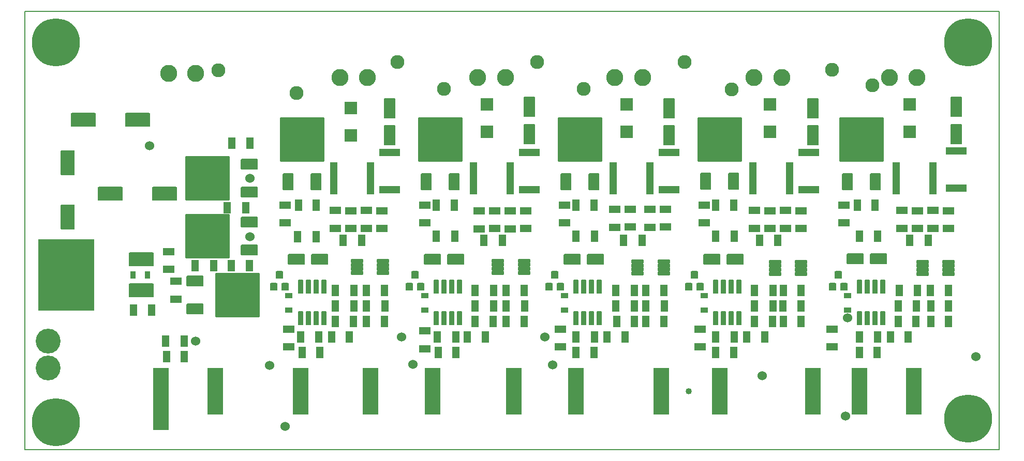
<source format=gbr>
G04 PROTEUS RS274X GERBER FILE*
%FSLAX45Y45*%
%MOMM*%
G01*
%ADD45C,1.524000*%
%ADD46C,1.016000*%
%ADD47C,2.286000*%
%AMPPAD042*
4,1,4,
0.596900,-2.654300,
-0.596900,-2.654300,
-0.596900,2.654300,
0.596900,2.654300,
0.596900,-2.654300,
0*%
%ADD48PPAD042*%
%ADD49C,4.064000*%
%ADD50C,2.794000*%
%AMPPAD045*
4,1,36,
-1.143000,1.270000,
1.143000,1.270000,
1.168970,1.267470,
1.192980,1.260200,
1.214580,1.248650,
1.233290,1.233290,
1.248650,1.214570,
1.260200,1.192980,
1.267470,1.168970,
1.270000,1.143000,
1.270000,-1.143000,
1.267470,-1.168970,
1.260200,-1.192980,
1.248650,-1.214570,
1.233290,-1.233290,
1.214580,-1.248650,
1.192980,-1.260200,
1.168970,-1.267470,
1.143000,-1.270000,
-1.143000,-1.270000,
-1.168970,-1.267470,
-1.192980,-1.260200,
-1.214580,-1.248650,
-1.233290,-1.233290,
-1.248650,-1.214570,
-1.260200,-1.192980,
-1.267470,-1.168970,
-1.270000,-1.143000,
-1.270000,1.143000,
-1.267470,1.168970,
-1.260200,1.192980,
-1.248650,1.214570,
-1.233290,1.233290,
-1.214580,1.248650,
-1.192980,1.260200,
-1.168970,1.267470,
-1.143000,1.270000,
0*%
%ADD51PPAD045*%
%AMPPAD046*
4,1,4,
-0.571500,0.901700,
0.571500,0.901700,
0.571500,-0.901700,
-0.571500,-0.901700,
-0.571500,0.901700,
0*%
%ADD52PPAD046*%
%AMPPAD047*
4,1,4,
0.901700,0.571500,
0.901700,-0.571500,
-0.901700,-0.571500,
-0.901700,0.571500,
0.901700,0.571500,
0*%
%ADD53PPAD047*%
%AMPPAD048*
4,1,4,
1.054100,-1.054100,
-1.054100,-1.054100,
-1.054100,1.054100,
1.054100,1.054100,
1.054100,-1.054100,
0*%
%ADD54PPAD048*%
%AMPPAD049*
4,1,36,
0.825500,-1.651000,
-0.825500,-1.651000,
-0.851470,-1.648470,
-0.875480,-1.641200,
-0.897080,-1.629650,
-0.915790,-1.614290,
-0.931150,-1.595570,
-0.942700,-1.573980,
-0.949970,-1.549970,
-0.952500,-1.524000,
-0.952500,1.524000,
-0.949970,1.549970,
-0.942700,1.573980,
-0.931150,1.595570,
-0.915790,1.614290,
-0.897080,1.629650,
-0.875480,1.641200,
-0.851470,1.648470,
-0.825500,1.651000,
0.825500,1.651000,
0.851470,1.648470,
0.875480,1.641200,
0.897080,1.629650,
0.915790,1.614290,
0.931150,1.595570,
0.942700,1.573980,
0.949970,1.549970,
0.952500,1.524000,
0.952500,-1.524000,
0.949970,-1.549970,
0.942700,-1.573980,
0.931150,-1.595570,
0.915790,-1.614290,
0.897080,-1.629650,
0.875480,-1.641200,
0.851470,-1.648470,
0.825500,-1.651000,
0*%
%ADD55PPAD049*%
%AMPPAD050*
4,1,4,
1.701800,0.622300,
1.701800,-0.622300,
-1.701800,-0.622300,
-1.701800,0.622300,
1.701800,0.622300,
0*%
%ADD56PPAD050*%
%AMPPAD051*
4,1,36,
-3.492500,3.619500,
3.492500,3.619500,
3.518470,3.616970,
3.542480,3.609700,
3.564080,3.598150,
3.582790,3.582790,
3.598150,3.564070,
3.609700,3.542480,
3.616970,3.518470,
3.619500,3.492500,
3.619500,-3.492500,
3.616970,-3.518470,
3.609700,-3.542480,
3.598150,-3.564070,
3.582790,-3.582790,
3.564080,-3.598150,
3.542480,-3.609700,
3.518470,-3.616970,
3.492500,-3.619500,
-3.492500,-3.619500,
-3.518470,-3.616970,
-3.542480,-3.609700,
-3.564080,-3.598150,
-3.582790,-3.582790,
-3.598150,-3.564070,
-3.609700,-3.542480,
-3.616970,-3.518470,
-3.619500,-3.492500,
-3.619500,3.492500,
-3.616970,3.518470,
-3.609700,3.542480,
-3.598150,3.564070,
-3.582790,3.582790,
-3.564080,3.598150,
-3.542480,3.609700,
-3.518470,3.616970,
-3.492500,3.619500,
0*%
%ADD57PPAD051*%
%AMPPAD052*
4,1,36,
-0.762000,1.397000,
0.762000,1.397000,
0.787970,1.394470,
0.811980,1.387200,
0.833580,1.375650,
0.852290,1.360290,
0.867650,1.341570,
0.879200,1.319980,
0.886470,1.295970,
0.889000,1.270000,
0.889000,-1.270000,
0.886470,-1.295970,
0.879200,-1.319980,
0.867650,-1.341570,
0.852290,-1.360290,
0.833580,-1.375650,
0.811980,-1.387200,
0.787970,-1.394470,
0.762000,-1.397000,
-0.762000,-1.397000,
-0.787970,-1.394470,
-0.811980,-1.387200,
-0.833580,-1.375650,
-0.852290,-1.360290,
-0.867650,-1.341570,
-0.879200,-1.319980,
-0.886470,-1.295970,
-0.889000,-1.270000,
-0.889000,1.270000,
-0.886470,1.295970,
-0.879200,1.319980,
-0.867650,1.341570,
-0.852290,1.360290,
-0.833580,1.375650,
-0.811980,1.387200,
-0.787970,1.394470,
-0.762000,1.397000,
0*%
%ADD58PPAD052*%
%AMPPAD053*
4,1,36,
0.317500,-1.143000,
-0.317500,-1.143000,
-0.343470,-1.140470,
-0.367480,-1.133200,
-0.389080,-1.121650,
-0.407790,-1.106290,
-0.423150,-1.087570,
-0.434700,-1.065980,
-0.441970,-1.041970,
-0.444500,-1.016000,
-0.444500,1.016000,
-0.441970,1.041970,
-0.434700,1.065980,
-0.423150,1.087570,
-0.407790,1.106290,
-0.389080,1.121650,
-0.367480,1.133200,
-0.343470,1.140470,
-0.317500,1.143000,
0.317500,1.143000,
0.343470,1.140470,
0.367480,1.133200,
0.389080,1.121650,
0.407790,1.106290,
0.423150,1.087570,
0.434700,1.065980,
0.441970,1.041970,
0.444500,1.016000,
0.444500,-1.016000,
0.441970,-1.041970,
0.434700,-1.065980,
0.423150,-1.087570,
0.407790,-1.106290,
0.389080,-1.121650,
0.367480,-1.133200,
0.343470,-1.140470,
0.317500,-1.143000,
0*%
%ADD59PPAD053*%
%AMPPAD054*
4,1,36,
-1.397000,-0.762000,
-1.397000,0.762000,
-1.394470,0.787970,
-1.387200,0.811980,
-1.375650,0.833580,
-1.360290,0.852290,
-1.341570,0.867650,
-1.319980,0.879200,
-1.295970,0.886470,
-1.270000,0.889000,
1.270000,0.889000,
1.295970,0.886470,
1.319980,0.879200,
1.341570,0.867650,
1.360290,0.852290,
1.375650,0.833580,
1.387200,0.811980,
1.394470,0.787970,
1.397000,0.762000,
1.397000,-0.762000,
1.394470,-0.787970,
1.387200,-0.811980,
1.375650,-0.833580,
1.360290,-0.852290,
1.341570,-0.867650,
1.319980,-0.879200,
1.295970,-0.886470,
1.270000,-0.889000,
-1.270000,-0.889000,
-1.295970,-0.886470,
-1.319980,-0.879200,
-1.341570,-0.867650,
-1.360290,-0.852290,
-1.375650,-0.833580,
-1.387200,-0.811980,
-1.394470,-0.787970,
-1.397000,-0.762000,
0*%
%ADD60PPAD054*%
%AMPPAD055*
4,1,36,
0.571500,0.317500,
0.571500,-0.317500,
0.568970,-0.343470,
0.561700,-0.367480,
0.550150,-0.389080,
0.534790,-0.407790,
0.516070,-0.423150,
0.494480,-0.434700,
0.470470,-0.441970,
0.444500,-0.444500,
-0.444500,-0.444500,
-0.470470,-0.441970,
-0.494480,-0.434700,
-0.516070,-0.423150,
-0.534790,-0.407790,
-0.550150,-0.389080,
-0.561700,-0.367480,
-0.568970,-0.343470,
-0.571500,-0.317500,
-0.571500,0.317500,
-0.568970,0.343470,
-0.561700,0.367480,
-0.550150,0.389080,
-0.534790,0.407790,
-0.516070,0.423150,
-0.494480,0.434700,
-0.470470,0.441970,
-0.444500,0.444500,
0.444500,0.444500,
0.470470,0.441970,
0.494480,0.434700,
0.516070,0.423150,
0.534790,0.407790,
0.550150,0.389080,
0.561700,0.367480,
0.568970,0.343470,
0.571500,0.317500,
0*%
%ADD61PPAD055*%
%AMPPAD056*
4,1,36,
0.444500,-0.635000,
-0.444500,-0.635000,
-0.470470,-0.632470,
-0.494480,-0.625200,
-0.516080,-0.613650,
-0.534790,-0.598290,
-0.550150,-0.579570,
-0.561700,-0.557980,
-0.568970,-0.533970,
-0.571500,-0.508000,
-0.571500,0.508000,
-0.568970,0.533970,
-0.561700,0.557980,
-0.550150,0.579570,
-0.534790,0.598290,
-0.516080,0.613650,
-0.494480,0.625200,
-0.470470,0.632470,
-0.444500,0.635000,
0.444500,0.635000,
0.470470,0.632470,
0.494480,0.625200,
0.516080,0.613650,
0.534790,0.598290,
0.550150,0.579570,
0.561700,0.557980,
0.568970,0.533970,
0.571500,0.508000,
0.571500,-0.508000,
0.568970,-0.533970,
0.561700,-0.557980,
0.550150,-0.579570,
0.534790,-0.598290,
0.516080,-0.613650,
0.494480,-0.625200,
0.470470,-0.632470,
0.444500,-0.635000,
0*%
%ADD62PPAD056*%
%AMPPAD057*
4,1,36,
-1.016000,-0.190500,
-1.016000,0.190500,
-1.013470,0.216470,
-1.006200,0.240480,
-0.994650,0.262080,
-0.979290,0.280790,
-0.960570,0.296150,
-0.938980,0.307700,
-0.914970,0.314970,
-0.889000,0.317500,
0.889000,0.317500,
0.914970,0.314970,
0.938980,0.307700,
0.960570,0.296150,
0.979290,0.280790,
0.994650,0.262080,
1.006200,0.240480,
1.013470,0.216470,
1.016000,0.190500,
1.016000,-0.190500,
1.013470,-0.216470,
1.006200,-0.240480,
0.994650,-0.262080,
0.979290,-0.280790,
0.960570,-0.296150,
0.938980,-0.307700,
0.914970,-0.314970,
0.889000,-0.317500,
-0.889000,-0.317500,
-0.914970,-0.314970,
-0.938980,-0.307700,
-0.960570,-0.296150,
-0.979290,-0.280790,
-0.994650,-0.262080,
-1.006200,-0.240480,
-1.013470,-0.216470,
-1.016000,-0.190500,
0*%
%ADD63PPAD057*%
%ADD64C,7.874000*%
%AMPPAD059*
4,1,36,
3.619500,3.492500,
3.619500,-3.492500,
3.616970,-3.518470,
3.609700,-3.542480,
3.598150,-3.564080,
3.582790,-3.582790,
3.564070,-3.598150,
3.542480,-3.609700,
3.518470,-3.616970,
3.492500,-3.619500,
-3.492500,-3.619500,
-3.518470,-3.616970,
-3.542480,-3.609700,
-3.564070,-3.598150,
-3.582790,-3.582790,
-3.598150,-3.564080,
-3.609700,-3.542480,
-3.616970,-3.518470,
-3.619500,-3.492500,
-3.619500,3.492500,
-3.616970,3.518470,
-3.609700,3.542480,
-3.598150,3.564080,
-3.582790,3.582790,
-3.564070,3.598150,
-3.542480,3.609700,
-3.518470,3.616970,
-3.492500,3.619500,
3.492500,3.619500,
3.518470,3.616970,
3.542480,3.609700,
3.564070,3.598150,
3.582790,3.582790,
3.598150,3.564080,
3.609700,3.542480,
3.616970,3.518470,
3.619500,3.492500,
0*%
%ADD65PPAD059*%
%AMPPAD060*
4,1,36,
-1.016000,2.032000,
1.016000,2.032000,
1.041970,2.029470,
1.065980,2.022200,
1.087580,2.010650,
1.106290,1.995290,
1.121650,1.976570,
1.133200,1.954980,
1.140470,1.930970,
1.143000,1.905000,
1.143000,-1.905000,
1.140470,-1.930970,
1.133200,-1.954980,
1.121650,-1.976570,
1.106290,-1.995290,
1.087580,-2.010650,
1.065980,-2.022200,
1.041970,-2.029470,
1.016000,-2.032000,
-1.016000,-2.032000,
-1.041970,-2.029470,
-1.065980,-2.022200,
-1.087580,-2.010650,
-1.106290,-1.995290,
-1.121650,-1.976570,
-1.133200,-1.954980,
-1.140470,-1.930970,
-1.143000,-1.905000,
-1.143000,1.905000,
-1.140470,1.930970,
-1.133200,1.954980,
-1.121650,1.976570,
-1.106290,1.995290,
-1.087580,2.010650,
-1.065980,2.022200,
-1.041970,2.029470,
-1.016000,2.032000,
0*%
%ADD66PPAD060*%
%AMPPAD061*
4,1,36,
-0.317500,0.571500,
0.317500,0.571500,
0.343470,0.568970,
0.367480,0.561700,
0.389080,0.550150,
0.407790,0.534790,
0.423150,0.516070,
0.434700,0.494480,
0.441970,0.470470,
0.444500,0.444500,
0.444500,-0.444500,
0.441970,-0.470470,
0.434700,-0.494480,
0.423150,-0.516070,
0.407790,-0.534790,
0.389080,-0.550150,
0.367480,-0.561700,
0.343470,-0.568970,
0.317500,-0.571500,
-0.317500,-0.571500,
-0.343470,-0.568970,
-0.367480,-0.561700,
-0.389080,-0.550150,
-0.407790,-0.534790,
-0.423150,-0.516070,
-0.434700,-0.494480,
-0.441970,-0.470470,
-0.444500,-0.444500,
-0.444500,0.444500,
-0.441970,0.470470,
-0.434700,0.494480,
-0.423150,0.516070,
-0.407790,0.534790,
-0.389080,0.550150,
-0.367480,0.561700,
-0.343470,0.568970,
-0.317500,0.571500,
0*%
%ADD67PPAD061*%
%AMPPAD062*
4,1,36,
-4.572000,-5.715000,
-4.572000,5.715000,
-4.569470,5.740970,
-4.562200,5.764980,
-4.550650,5.786580,
-4.535290,5.805290,
-4.516570,5.820650,
-4.494980,5.832200,
-4.470970,5.839470,
-4.445000,5.842000,
4.445000,5.842000,
4.470970,5.839470,
4.494980,5.832200,
4.516570,5.820650,
4.535290,5.805290,
4.550650,5.786580,
4.562200,5.764980,
4.569470,5.740970,
4.572000,5.715000,
4.572000,-5.715000,
4.569470,-5.740970,
4.562200,-5.764980,
4.550650,-5.786580,
4.535290,-5.805290,
4.516570,-5.820650,
4.494980,-5.832200,
4.470970,-5.839470,
4.445000,-5.842000,
-4.445000,-5.842000,
-4.470970,-5.839470,
-4.494980,-5.832200,
-4.516570,-5.820650,
-4.535290,-5.805290,
-4.550650,-5.786580,
-4.562200,-5.764980,
-4.569470,-5.740970,
-4.572000,-5.715000,
0*%
%ADD68PPAD062*%
%AMPPAD063*
4,1,36,
-2.032000,-1.016000,
-2.032000,1.016000,
-2.029470,1.041970,
-2.022200,1.065980,
-2.010650,1.087580,
-1.995290,1.106290,
-1.976570,1.121650,
-1.954980,1.133200,
-1.930970,1.140470,
-1.905000,1.143000,
1.905000,1.143000,
1.930970,1.140470,
1.954980,1.133200,
1.976570,1.121650,
1.995290,1.106290,
2.010650,1.087580,
2.022200,1.065980,
2.029470,1.041970,
2.032000,1.016000,
2.032000,-1.016000,
2.029470,-1.041970,
2.022200,-1.065980,
2.010650,-1.087580,
1.995290,-1.106290,
1.976570,-1.121650,
1.954980,-1.133200,
1.930970,-1.140470,
1.905000,-1.143000,
-1.905000,-1.143000,
-1.930970,-1.140470,
-1.954980,-1.133200,
-1.976570,-1.121650,
-1.995290,-1.106290,
-2.010650,-1.087580,
-2.022200,-1.065980,
-2.029470,-1.041970,
-2.032000,-1.016000,
0*%
%ADD69PPAD063*%
%ADD39C,0.203200*%
D45*
X-1270000Y-2413000D03*
X+6032500Y-2095500D03*
X+1079500Y-2413000D03*
D46*
X-3424759Y-2876572D03*
X+3429000Y-3302000D03*
D45*
X+5995294Y-3705851D03*
X+8128000Y-2730500D03*
D47*
X-2984500Y+1587500D03*
X-571500Y+1651000D03*
X+1714500Y+1651000D03*
X+4134346Y+1645009D03*
X+5778500Y+1968500D03*
X+6437156Y+1707029D03*
X+3365500Y+2095500D03*
X+952500Y+2095500D03*
X-1333500Y+2095500D03*
D45*
X-4635500Y-2476500D03*
X-3429000Y-2876572D03*
X-3175000Y-3873500D03*
X-3749845Y-768079D03*
X-3746500Y+190500D03*
D47*
X-4263961Y+1955083D03*
D45*
X-5394560Y+718686D03*
X-1079500Y-2857500D03*
X+4635500Y-3048000D03*
X+1206500Y-2870200D03*
D48*
X-1778000Y+190500D03*
X-2378000Y+190500D03*
D49*
X-7048500Y-2476500D03*
X-7048500Y-2921000D03*
D50*
X-1828800Y+1841500D03*
D51*
X-2921000Y-3556000D03*
X-2921000Y-3048000D03*
X-2921000Y-3302000D03*
D52*
X-4117620Y-292100D03*
X-3817620Y-292100D03*
D53*
X-4960620Y-1498600D03*
X-4960620Y-1798600D03*
D54*
X-2095500Y+1339000D03*
X-2095500Y+889000D03*
D55*
X-1460500Y+889000D03*
X-1460500Y+1333500D03*
D56*
X-1460500Y+610000D03*
X-1460500Y+0D03*
D57*
X-2895600Y+817880D03*
D58*
X-3124200Y+127000D03*
X-2667000Y+127000D03*
D59*
X-2921000Y-2108200D03*
X-2794000Y-2108200D03*
X-2667000Y-2108200D03*
X-2540000Y-2108200D03*
X-2540000Y-1587500D03*
X-2667000Y-1587500D03*
X-2794000Y-1587500D03*
X-2921000Y-1587500D03*
D52*
X-2667000Y-254000D03*
X-2957000Y-254000D03*
D53*
X-3175000Y-254000D03*
X-3175000Y-544000D03*
D52*
X-2967000Y-768350D03*
X-2667000Y-768350D03*
D60*
X-2984500Y-1143000D03*
X-2603500Y-1143000D03*
D61*
X-3111500Y-1968500D03*
X-3111500Y-1733550D03*
D52*
X-2921000Y-2413000D03*
X-2621000Y-2413000D03*
X-2893500Y-2667000D03*
X-2603500Y-2667000D03*
D62*
X-3268980Y-1397000D03*
X-3362960Y-1587500D03*
X-3175000Y-1587500D03*
D53*
X-3111500Y-2286000D03*
X-3111500Y-2576000D03*
X-1587500Y-635000D03*
X-1587500Y-345000D03*
X-2095500Y-635000D03*
X-2095500Y-345000D03*
X-1841500Y-335000D03*
X-1841500Y-635000D03*
D63*
X-2000250Y-1166900D03*
X-2000250Y-1231900D03*
X-2000250Y-1296900D03*
X-2000250Y-1361900D03*
X-1570250Y-1361900D03*
X-1570250Y-1296900D03*
X-1570250Y-1231900D03*
X-1570250Y-1166900D03*
D52*
X-2222500Y-825500D03*
X-1922500Y-825500D03*
X-1841500Y-2159000D03*
X-1551500Y-2159000D03*
X-1841500Y-1651000D03*
X-1551500Y-1651000D03*
X-2349500Y-2159000D03*
X-2059500Y-2159000D03*
X-2349500Y-1651000D03*
X-2049500Y-1651000D03*
X-2349500Y-1905000D03*
X-2049500Y-1905000D03*
X-1841500Y-1905000D03*
X-1541500Y-1905000D03*
D53*
X-2349500Y-335000D03*
X-2349500Y-635000D03*
D57*
X-635000Y+817880D03*
D58*
X-863600Y+127000D03*
X-406400Y+127000D03*
D48*
X+508000Y+190500D03*
X-92000Y+190500D03*
D54*
X+127000Y+1397000D03*
X+127000Y+947000D03*
D55*
X+825500Y+907000D03*
X+825500Y+1351500D03*
D56*
X+825500Y+610000D03*
X+825500Y+0D03*
D63*
X+306600Y-1165400D03*
X+306600Y-1230400D03*
X+306600Y-1295400D03*
X+306600Y-1360400D03*
X+736600Y-1360400D03*
X+736600Y-1295400D03*
X+736600Y-1230400D03*
X+736600Y-1165400D03*
D53*
X-889000Y-254000D03*
X-889000Y-544000D03*
D52*
X-408500Y-254000D03*
X-698500Y-254000D03*
X-698500Y-762000D03*
X-398500Y-762000D03*
D60*
X-762000Y-1143000D03*
X-381000Y-1143000D03*
D62*
X-1046480Y-1397000D03*
X-1140460Y-1587500D03*
X-952500Y-1587500D03*
D61*
X-889000Y-1968500D03*
X-889000Y-1733550D03*
D59*
X-698500Y-2108200D03*
X-571500Y-2108200D03*
X-444500Y-2108200D03*
X-317500Y-2108200D03*
X-317500Y-1587500D03*
X-444500Y-1587500D03*
X-571500Y-1587500D03*
X-698500Y-1587500D03*
D53*
X-889000Y-2313500D03*
X-889000Y-2603500D03*
D52*
X-671000Y-2667000D03*
X-381000Y-2667000D03*
X-681000Y-2413000D03*
X-381000Y-2413000D03*
D53*
X+0Y-345000D03*
X+0Y-645000D03*
X+508000Y-345000D03*
X+508000Y-645000D03*
X+762000Y-635000D03*
X+762000Y-345000D03*
X+254000Y-635000D03*
X+254000Y-345000D03*
D52*
X+81000Y-825500D03*
X+381000Y-825500D03*
X-63500Y-1651000D03*
X+236500Y-1651000D03*
X-63500Y-1905000D03*
X+236500Y-1905000D03*
X-63500Y-2159000D03*
X+226500Y-2159000D03*
X+444500Y-1651000D03*
X+734500Y-1651000D03*
X+444500Y-2159000D03*
X+734500Y-2159000D03*
X+444500Y-1905000D03*
X+744500Y-1905000D03*
D50*
X+431800Y+1841500D03*
D51*
X-762000Y-3556000D03*
X-762000Y-3302000D03*
X-762000Y-3048000D03*
D55*
X+3111500Y+889000D03*
X+3111500Y+1333500D03*
D54*
X+2413000Y+1397000D03*
X+2413000Y+947000D03*
D61*
X+1397000Y-1968500D03*
X+1397000Y-1733550D03*
D48*
X+2794000Y+190500D03*
X+2194000Y+190500D03*
D62*
X+1239520Y-1397000D03*
X+1145540Y-1587500D03*
X+1333500Y-1587500D03*
D57*
X+1651000Y+817880D03*
D58*
X+1422400Y+127000D03*
X+1879600Y+127000D03*
D51*
X+1587500Y-3302000D03*
X+1587500Y-3556000D03*
X+1587500Y-3048000D03*
D63*
X+2592600Y-1176600D03*
X+2592600Y-1241600D03*
X+2592600Y-1306600D03*
X+2592600Y-1371600D03*
X+3022600Y-1371600D03*
X+3022600Y-1306600D03*
X+3022600Y-1241600D03*
X+3022600Y-1176600D03*
D59*
X+1587500Y-2108200D03*
X+1714500Y-2108200D03*
X+1841500Y-2108200D03*
X+1968500Y-2108200D03*
X+1968500Y-1587500D03*
X+1841500Y-1587500D03*
X+1714500Y-1587500D03*
X+1587500Y-1587500D03*
D56*
X+3111500Y+610000D03*
X+3111500Y+0D03*
D50*
X+2679700Y+1841500D03*
D52*
X+1587500Y-762000D03*
X+1887500Y-762000D03*
D60*
X+1524000Y-1143000D03*
X+1905000Y-1143000D03*
D53*
X+1397000Y-254000D03*
X+1397000Y-544000D03*
D52*
X+1877500Y-254000D03*
X+1587500Y-254000D03*
X+1587500Y-2667000D03*
X+1877500Y-2667000D03*
D53*
X+1333500Y-2286000D03*
X+1333500Y-2576000D03*
D52*
X+1587500Y-2413000D03*
X+1887500Y-2413000D03*
D53*
X+2222500Y-317500D03*
X+2222500Y-617500D03*
X+2476500Y-607500D03*
X+2476500Y-317500D03*
X+3048000Y-607500D03*
X+3048000Y-317500D03*
X+2794000Y-617500D03*
X+2794000Y-317500D03*
D52*
X+2367000Y-825500D03*
X+2667000Y-825500D03*
X+2730500Y-2159000D03*
X+3020500Y-2159000D03*
X+2730500Y-1651000D03*
X+3020500Y-1651000D03*
X+2250000Y-2159000D03*
X+2540000Y-2159000D03*
X+2240000Y-1905000D03*
X+2540000Y-1905000D03*
X+2730500Y-1905000D03*
X+3030500Y-1905000D03*
X+2240000Y-1651000D03*
X+2540000Y-1651000D03*
D55*
X+5461000Y+889000D03*
X+5461000Y+1333500D03*
D54*
X+4762500Y+1397000D03*
X+4762500Y+947000D03*
D61*
X+3683000Y-1968500D03*
X+3683000Y-1733550D03*
D51*
X+3937000Y-3556000D03*
X+6223000Y-3556000D03*
X+3937000Y-3048000D03*
X+6223000Y-3048000D03*
D48*
X+5080000Y+190500D03*
X+4480000Y+190500D03*
D51*
X+3937000Y-3302000D03*
X+6223000Y-3302000D03*
D62*
X+3525520Y-1397000D03*
X+3431540Y-1587500D03*
X+3619500Y-1587500D03*
D57*
X+3937000Y+825500D03*
D58*
X+3708400Y+134620D03*
X+4165600Y+134620D03*
D62*
X+5875020Y-1397000D03*
X+5781040Y-1587500D03*
X+5969000Y-1587500D03*
D57*
X+6261100Y+817880D03*
D58*
X+6032500Y+127000D03*
X+6489700Y+127000D03*
D50*
X+4953000Y+1841500D03*
X+7162800Y+1841500D03*
D56*
X+5397500Y+610000D03*
X+5397500Y+0D03*
X+7810500Y+635000D03*
X+7810500Y+25000D03*
D63*
X+4840500Y-1181100D03*
X+4840500Y-1246100D03*
X+4840500Y-1311100D03*
X+4840500Y-1376100D03*
X+5270500Y-1376100D03*
X+5270500Y-1311100D03*
X+5270500Y-1246100D03*
X+5270500Y-1181100D03*
D59*
X+3873500Y-2108200D03*
X+4000500Y-2108200D03*
X+4127500Y-2108200D03*
X+4254500Y-2108200D03*
X+4254500Y-1587500D03*
X+4127500Y-1587500D03*
X+4000500Y-1587500D03*
X+3873500Y-1587500D03*
D63*
X+7253500Y-1181100D03*
X+7253500Y-1246100D03*
X+7253500Y-1311100D03*
X+7253500Y-1376100D03*
X+7683500Y-1376100D03*
X+7683500Y-1311100D03*
X+7683500Y-1246100D03*
X+7683500Y-1181100D03*
D59*
X+6223000Y-2108200D03*
X+6350000Y-2108200D03*
X+6477000Y-2108200D03*
X+6604000Y-2108200D03*
X+6604000Y-1587500D03*
X+6477000Y-1587500D03*
X+6350000Y-1587500D03*
X+6223000Y-1587500D03*
D52*
X+3873500Y-2413000D03*
X+4173500Y-2413000D03*
X+3873500Y-762000D03*
X+4173500Y-762000D03*
D60*
X+3810000Y-1143000D03*
X+4191000Y-1143000D03*
D53*
X+3619500Y-2286000D03*
X+3619500Y-2576000D03*
X+3683000Y-254000D03*
X+3683000Y-544000D03*
D52*
X+4163500Y-254000D03*
X+3873500Y-254000D03*
X+3873500Y-2667000D03*
X+4163500Y-2667000D03*
D53*
X+5270500Y-635000D03*
X+5270500Y-345000D03*
X+4762500Y-635000D03*
X+4762500Y-345000D03*
D52*
X+4508500Y-2159000D03*
X+4798500Y-2159000D03*
X+4589500Y-825500D03*
X+4889500Y-825500D03*
D53*
X+5016500Y-335000D03*
X+5016500Y-635000D03*
X+4508500Y-335000D03*
X+4508500Y-635000D03*
D52*
X+4980500Y-2159000D03*
X+5270500Y-2159000D03*
X+4980500Y-1651000D03*
X+5270500Y-1651000D03*
X+7393500Y-2159000D03*
X+7683500Y-2159000D03*
X+4508500Y-1905000D03*
X+4808500Y-1905000D03*
X+4970500Y-1905000D03*
X+5270500Y-1905000D03*
X+4508500Y-1651000D03*
X+4808500Y-1651000D03*
D55*
X+7810500Y+907000D03*
X+7810500Y+1351500D03*
D54*
X+7048500Y+1397000D03*
X+7048500Y+947000D03*
D61*
X+6032500Y-1968500D03*
X+6032500Y-1733550D03*
D48*
X+7429500Y+190500D03*
X+6829500Y+190500D03*
D52*
X+6858000Y-1905000D03*
X+7158000Y-1905000D03*
X+6223000Y-762000D03*
X+6523000Y-762000D03*
D60*
X+6159500Y-1135380D03*
X+6540500Y-1135380D03*
D53*
X+5969000Y-254000D03*
X+5969000Y-544000D03*
D52*
X+6477000Y-254000D03*
X+6187000Y-254000D03*
D53*
X+5778500Y-2286000D03*
X+5778500Y-2576000D03*
D52*
X+6223000Y-2667000D03*
X+6513000Y-2667000D03*
X+6223000Y-2413000D03*
X+6523000Y-2413000D03*
X+7048500Y-825500D03*
X+7348500Y-825500D03*
X+7383500Y-1651000D03*
X+7683500Y-1651000D03*
D53*
X+7429500Y-335000D03*
X+7429500Y-635000D03*
D52*
X+6875500Y-1651000D03*
X+7175500Y-1651000D03*
D53*
X+6921500Y-335000D03*
X+6921500Y-635000D03*
D52*
X+7393500Y-1905000D03*
X+7683500Y-1905000D03*
D53*
X+7683500Y-635000D03*
X+7683500Y-345000D03*
X+7175500Y-635000D03*
X+7175500Y-345000D03*
D52*
X+6858000Y-2159000D03*
X+7148000Y-2159000D03*
D51*
X+7112000Y-3302000D03*
X+5461000Y-3302000D03*
X+2984500Y-3302000D03*
X+571500Y-3302000D03*
X-1778000Y-3302000D03*
X+7112000Y-3556000D03*
X+5461000Y-3556000D03*
X+2984500Y-3556000D03*
X+571500Y-3556000D03*
X-1778000Y-3556000D03*
X+7112000Y-3048000D03*
X+5461000Y-3048000D03*
X+2984500Y-3048000D03*
X+571500Y-3048000D03*
X-1778000Y-3048000D03*
D50*
X+6718300Y+1841500D03*
X+4495800Y+1841500D03*
X+2222500Y+1841500D03*
X-25400Y+1841500D03*
X-2273300Y+1841500D03*
X-5080000Y+1905000D03*
D51*
X-4318000Y-3556000D03*
X-4318000Y-3048000D03*
X-4318000Y-3302000D03*
D52*
X-4054120Y-1244600D03*
X-3754120Y-1244600D03*
X-4046500Y+762000D03*
X-3746500Y+762000D03*
D64*
X-6921500Y-3810000D03*
X-6921500Y+2413000D03*
X+8001000Y+2413000D03*
X+8001000Y-3746500D03*
D52*
X-4826000Y-2476500D03*
X-5126000Y-2476500D03*
D53*
X-5080000Y-1306000D03*
X-5080000Y-1016000D03*
D52*
X-4826000Y-2730500D03*
X-5116000Y-2730500D03*
D51*
X-5207000Y-3048000D03*
X-5207000Y-3302000D03*
X-5207000Y-3556000D03*
D65*
X-3952240Y-1727200D03*
D60*
X-4643120Y-1498600D03*
X-4643120Y-1955800D03*
D65*
X-4445000Y-762000D03*
D60*
X-3754120Y-990600D03*
X-3754120Y-533400D03*
D65*
X-4445000Y+190500D03*
D60*
X-3754120Y-38100D03*
X-3754120Y+419100D03*
D52*
X-4643120Y-1244600D03*
X-4343120Y-1244600D03*
D51*
X-5207000Y-3810000D03*
D50*
X-4635500Y+1905000D03*
D52*
X-2413000Y-2413000D03*
X-2123000Y-2413000D03*
X-190500Y-2413000D03*
X+99500Y-2413000D03*
X+2095500Y-2413000D03*
X+2385500Y-2413000D03*
X+4381500Y-2413000D03*
X+4671500Y-2413000D03*
X+6731000Y-2413000D03*
X+7021000Y-2413000D03*
D66*
X-6731000Y-444500D03*
X-6731000Y+444500D03*
D67*
X-5429250Y-1397000D03*
X-5664200Y-1397000D03*
D68*
X-6756400Y-1396216D03*
D69*
X-5524500Y-1650216D03*
X-5524500Y-1142216D03*
D52*
X-5361500Y-1968500D03*
X-5651500Y-1968500D03*
D69*
X-6032500Y-63500D03*
X-5143500Y-63500D03*
X-6477000Y+1143000D03*
X-5588000Y+1143000D03*
D39*
X-7429500Y-4254500D02*
X+8509000Y-4254500D01*
X+8509000Y+2921000D01*
X-7429500Y+2921000D01*
X-7429500Y-4254500D01*
M02*

</source>
